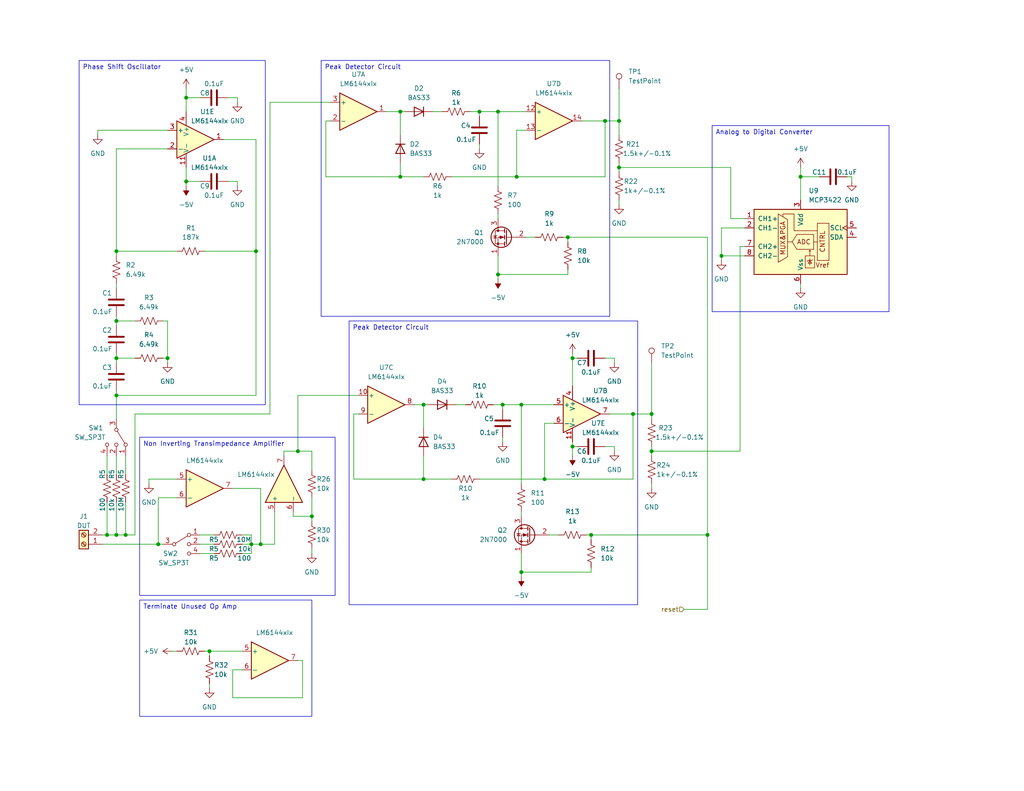
<source format=kicad_sch>
(kicad_sch (version 20230121) (generator eeschema)
  (paper "A")
  (title_block (title "Inductance and Capacitance Meter Analog Front End") (date "2023-10-27") (rev "1") (comment 1 "All resistors are 1% tolerance."))
  (lib_symbols
    (symbol "Amplifier_Operational:LM6144xIx" (pin_names (offset 0.127))
      (property "Reference" "U" (at 0 5.08 0))
      (property "Value" "LM6144xIx" (at 0 -5.08 0))
      (symbol "LM6144xIx_1_1"
        (polyline (pts (xy -5.08 5.08) (xy 5.08 0) (xy -5.08 -5.08) (xy -5.08 5.08)) (stroke (width 0.254)) (fill (type background)))
        (pin output line (at 7.62 0 180) (length 2.54) (name "~") (number "1"))
        (pin input line (at -7.62 -2.54 0) (length 2.54) (name "-") (number "2"))
        (pin input line (at -7.62 2.54 0) (length 2.54) (name "+") (number "3"))
      )
      (symbol "LM6144xIx_2_1"
        (polyline (pts (xy -5.08 5.08) (xy 5.08 0) (xy -5.08 -5.08) (xy -5.08 5.08)) (stroke (width 0.254)) (fill (type background)))
        (pin input line (at -7.62 2.54 0) (length 2.54) (name "+") (number "5"))
        (pin input line (at -7.62 -2.54 0) (length 2.54) (name "-") (number "6"))
        (pin output line (at 7.62 0 180) (length 2.54) (name "~") (number "7"))
      )
      (symbol "LM6144xIx_3_1"
        (polyline (pts (xy -5.08 5.08) (xy 5.08 0) (xy -5.08 -5.08) (xy -5.08 5.08)) (stroke (width 0.254)) (fill (type background)))
        (pin input line (at -7.62 2.54 0) (length 2.54) (name "+") (number "10"))
        (pin output line (at 7.62 0 180) (length 2.54) (name "~") (number "8"))
        (pin input line (at -7.62 -2.54 0) (length 2.54) (name "-") (number "9"))
      )
      (symbol "LM6144xIx_4_1"
        (polyline (pts (xy -5.08 5.08) (xy 5.08 0) (xy -5.08 -5.08) (xy -5.08 5.08)) (stroke (width 0.254)) (fill (type background)))
        (pin input line (at -7.62 2.54 0) (length 2.54) (name "+") (number "12"))
        (pin input line (at -7.62 -2.54 0) (length 2.54) (name "-") (number "13"))
        (pin output line (at 7.62 0 180) (length 2.54) (name "~") (number "14"))
      )
      (symbol "LM6144xIx_5_1"
        (pin power_in line (at -2.54 -7.62 90) (length 3.81) (name "V-") (number "11"))
        (pin power_in line (at -2.54 7.62 270) (length 3.81) (name "V+") (number "4"))
      )
    )
    (symbol "Analog_ADC:MCP3422" (pin_names (offset 1.016))
      (property "Reference" "U" (at -2.54 11.43 0))
      (property "Value" "MCP3422" (at -2.54 8.89 0))
      (symbol "MCP3422_0_0"
        (polyline (pts (xy -6.096 6.35) (xy -3.556 4.826) (xy -3.556 -5.334) (xy -6.096 -6.858) (xy -6.096 6.35)))
        (polyline (pts (xy 4.572 1.778) (xy -1.778 1.778) (xy -1.778 6.35) (xy -4.826 6.35) (xy -4.826 5.588)))
        (polyline (pts (xy 3.556 0.762) (xy 3.556 -3.302) (xy -1.016 -3.302) (xy -2.286 -1.27) (xy -1.016 0.762) (xy 3.556 0.762)))
        (text "ADC" (at 0.889 -1.27 0) (effects (font (size 1.27 1.27))))
        (text "CNTRL" (at 6.731 -4.191 900) (effects (font (size 1.27 1.27)) (justify left bottom)))
        (text "MUX&PGA" (at -4.826 -0.254 900) (effects (font (size 1.27 1.27))))
        (text "Vref" (at 5.969 -7.62 0) (effects (font (size 1.27 1.27))))
      )
      (symbol "MCP3422_0_1"
        (polyline (pts (xy -3.556 -1.27) (xy -2.286 -1.27)))
        (polyline (pts (xy 2.032 -6.35) (xy 1.778 -6.604)))
        (polyline (pts (xy 2.54 -5.842) (xy 2.54 -7.62)))
        (polyline (pts (xy 2.54 -3.556) (xy 2.794 -3.81)))
        (polyline (pts (xy 3.556 -1.27) (xy 4.572 -1.27)))
        (polyline (pts (xy 2.032 -6.35) (xy 3.048 -6.35) (xy 3.302 -6.096)))
        (polyline (pts (xy 2.54 -5.08) (xy 2.54 -3.556) (xy 2.286 -3.81)))
        (polyline (pts (xy 2.54 -6.35) (xy 2.032 -7.112) (xy 3.048 -7.112) (xy 2.54 -6.35)))
        (rectangle (start 1.27 -5.08) (end 3.81 -8.382))
        (rectangle (start 4.572 -6.35) (end 7.747 3.81))
        (rectangle (start 12.7 7.62) (end -12.7 -10.16) (stroke (width 0.254)) (fill (type background)))
      )
      (symbol "MCP3422_1_1"
        (pin input line (at -15.24 5.08 0) (length 2.54) (name "CH1+") (number "1"))
        (pin input line (at -15.24 2.54 0) (length 2.54) (name "CH1-") (number "2"))
        (pin power_in line (at 0 10.16 270) (length 2.54) (name "Vdd") (number "3"))
        (pin bidirectional line (at 15.24 0 180) (length 2.54) (name "SDA") (number "4"))
        (pin input clock (at 15.24 2.54 180) (length 2.54) (name "SCL") (number "5"))
        (pin power_in line (at 0 -12.7 90) (length 2.54) (name "Vss") (number "6"))
        (pin input line (at -15.24 -2.54 0) (length 2.54) (name "CH2+") (number "7"))
        (pin input line (at -15.24 -5.08 0) (length 2.54) (name "CH2-") (number "8"))
      )
    )
    (symbol "Connector:Screw_Terminal_01x02" (pin_names (offset 1.016) hide)
      (property "Reference" "J" (at 0 2.54 0))
      (property "Value" "Screw_Terminal_01x02" (at 0 -5.08 0))
      (symbol "Screw_Terminal_01x02_1_1"
        (rectangle (start -1.27 1.27) (end 1.27 -3.81) (stroke (width 0.254)) (fill (type background)))
        (circle (center 0 -2.54) (radius 0.635) (stroke (width 0.1524)))
        (polyline (pts (xy -0.5334 -2.2098) (xy 0.3302 -3.048)) (stroke (width 0.1524)))
        (polyline (pts (xy -0.5334 0.3302) (xy 0.3302 -0.508)) (stroke (width 0.1524)))
        (polyline (pts (xy -0.3556 -2.032) (xy 0.508 -2.8702)) (stroke (width 0.1524)))
        (polyline (pts (xy -0.3556 0.508) (xy 0.508 -0.3302)) (stroke (width 0.1524)))
        (circle (center 0 0) (radius 0.635) (stroke (width 0.1524)))
        (pin passive line (at -5.08 0 0) (length 3.81) (name "Pin_1") (number "1"))
        (pin passive line (at -5.08 -2.54 0) (length 3.81) (name "Pin_2") (number "2"))
      )
    )
    (symbol "Connector:TestPoint" (pin_numbers hide) (pin_names (offset 0.762) hide)
      (property "Reference" "TP" (at 0 6.858 0))
      (property "Value" "TestPoint" (at 0 5.08 0))
      (symbol "TestPoint_0_1"
        (circle (center 0 3.302) (radius 0.762))
      )
      (symbol "TestPoint_1_1"
        (pin passive line (at 0 0 90) (length 2.54) (name "1") (number "1"))
      )
    )
    (symbol "Device:C" (pin_numbers hide) (pin_names (offset 0.254))
      (property "Reference" "C" (at 0.635 2.54 0))
      (property "Value" "C" (at 0.635 -2.54 0))
      (symbol "C_0_1"
        (polyline (pts (xy -2.032 -0.762) (xy 2.032 -0.762)) (stroke (width 0.508)))
        (polyline (pts (xy -2.032 0.762) (xy 2.032 0.762)) (stroke (width 0.508)))
      )
      (symbol "C_1_1"
        (pin passive line (at 0 3.81 270) (length 2.794) (name "~") (number "1"))
        (pin passive line (at 0 -3.81 90) (length 2.794) (name "~") (number "2"))
      )
    )
    (symbol "Device:D" (pin_numbers hide) (pin_names (offset 1.016) hide)
      (property "Reference" "D" (at 0 2.54 0))
      (property "Value" "D" (at 0 -2.54 0))
      (symbol "D_0_1"
        (polyline (pts (xy -1.27 1.27) (xy -1.27 -1.27)) (stroke (width 0.254)))
        (polyline (pts (xy 1.27 0) (xy -1.27 0)))
        (polyline (pts (xy 1.27 1.27) (xy 1.27 -1.27) (xy -1.27 0) (xy 1.27 1.27)) (stroke (width 0.254)))
      )
      (symbol "D_1_1"
        (pin passive line (at -3.81 0 0) (length 2.54) (name "K") (number "1"))
        (pin passive line (at 3.81 0 180) (length 2.54) (name "A") (number "2"))
      )
    )
    (symbol "Device:R_US" (pin_numbers hide) (pin_names (offset 0))
      (property "Reference" "R" (at 2.54 0 90))
      (property "Value" "R_US" (at -2.54 0 90))
      (symbol "R_US_0_1"
        (polyline (pts (xy 0 -2.286) (xy 0 -2.54)))
        (polyline (pts (xy 0 2.286) (xy 0 2.54)))
        (polyline (pts (xy 0 -0.762) (xy 1.016 -1.143) (xy 0 -1.524) (xy -1.016 -1.905) (xy 0 -2.286)))
        (polyline (pts (xy 0 0.762) (xy 1.016 0.381) (xy 0 0) (xy -1.016 -0.381) (xy 0 -0.762)))
        (polyline (pts (xy 0 2.286) (xy 1.016 1.905) (xy 0 1.524) (xy -1.016 1.143) (xy 0 0.762)))
      )
      (symbol "R_US_1_1"
        (pin passive line (at 0 3.81 270) (length 1.27) (name "~") (number "1"))
        (pin passive line (at 0 -3.81 90) (length 1.27) (name "~") (number "2"))
      )
    )
    (symbol "Switch:SW_SP3T" (pin_names (offset 0) hide)
      (property "Reference" "SW" (at 0 5.08 0))
      (property "Value" "SW_SP3T" (at 0 -5.08 0))
      (symbol "SW_SP3T_0_1"
        (circle (center -2.032 0) (radius 0.4572))
        (polyline (pts (xy -1.651 0.254) (xy 1.651 2.286)))
        (circle (center 2.032 -2.54) (radius 0.4572))
        (circle (center 2.032 0) (radius 0.4572))
        (circle (center 2.032 2.54) (radius 0.4572))
      )
      (symbol "SW_SP3T_1_1"
        (pin passive line (at 5.08 2.54 180) (length 2.54) (name "1") (number "1"))
        (pin passive line (at 5.08 0 180) (length 2.54) (name "2") (number "2"))
        (pin passive line (at -5.08 0 0) (length 2.54) (name "3") (number "3"))
        (pin passive line (at 5.08 -2.54 180) (length 2.54) (name "4") (number "4"))
      )
    )
    (symbol "Transistor_FET:2N7000" (pin_names hide)
      (property "Reference" "Q" (at 5.08 1.905 0))
      (property "Value" "2N7000" (at 5.08 0 0))
      (symbol "2N7000_0_1"
        (polyline (pts (xy 0.254 0) (xy -2.54 0)))
        (polyline (pts (xy 0.254 1.905) (xy 0.254 -1.905)) (stroke (width 0.254)))
        (polyline (pts (xy 0.762 -1.27) (xy 0.762 -2.286)) (stroke (width 0.254)))
        (polyline (pts (xy 0.762 0.508) (xy 0.762 -0.508)) (stroke (width 0.254)))
        (polyline (pts (xy 0.762 2.286) (xy 0.762 1.27)) (stroke (width 0.254)))
        (polyline (pts (xy 2.54 2.54) (xy 2.54 1.778)))
        (polyline (pts (xy 2.54 -2.54) (xy 2.54 0) (xy 0.762 0)))
        (polyline (pts (xy 0.762 -1.778) (xy 3.302 -1.778) (xy 3.302 1.778) (xy 0.762 1.778)))
        (polyline (pts (xy 1.016 0) (xy 2.032 0.381) (xy 2.032 -0.381) (xy 1.016 0)) (fill (type outline)))
        (polyline (pts (xy 2.794 0.508) (xy 2.921 0.381) (xy 3.683 0.381) (xy 3.81 0.254)))
        (polyline (pts (xy 3.302 0.381) (xy 2.921 -0.254) (xy 3.683 -0.254) (xy 3.302 0.381)))
        (circle (center 1.651 0) (radius 2.794) (stroke (width 0.254)))
        (circle (center 2.54 -1.778) (radius 0.254) (fill (type outline)))
        (circle (center 2.54 1.778) (radius 0.254) (fill (type outline)))
      )
      (symbol "2N7000_1_1"
        (pin passive line (at 2.54 -5.08 90) (length 2.54) (name "S") (number "1"))
        (pin input line (at -5.08 0 0) (length 2.54) (name "G") (number "2"))
        (pin passive line (at 2.54 5.08 270) (length 2.54) (name "D") (number "3"))
      )
    )
    (symbol "power:+5V" (power) (pin_names (offset 0))
      (property "Value" "+5V" (at 0 3.556 0))
      (symbol "+5V_0_1"
        (polyline (pts (xy -0.762 1.27) (xy 0 2.54)))
        (polyline (pts (xy 0 0) (xy 0 2.54)))
        (polyline (pts (xy 0 2.54) (xy 0.762 1.27)))
      )
      (symbol "+5V_1_1"
        (pin power_in line (at 0 0 90) (length 0) hide (name "+5V") (number "1"))
      )
    )
    (symbol "power:-5V" (power) (pin_names (offset 0))
      (property "Value" "-5V" (at 0 3.81 0))
      (symbol "-5V_0_0"
        (pin power_in line (at 0 0 90) (length 0) hide (name "-5V") (number "1"))
      )
      (symbol "-5V_0_1"
        (polyline (pts (xy 0 0) (xy 0 1.27) (xy 0.762 1.27) (xy 0 2.54) (xy -0.762 1.27) (xy 0 1.27)) (fill (type outline)))
      )
    )
    (symbol "power:GND" (power) (pin_names (offset 0))
      (property "Value" "GND" (at 0 -3.81 0))
      (symbol "GND_0_1"
        (polyline (pts (xy 0 0) (xy 0 -1.27) (xy 1.27 -1.27) (xy 0 -2.54) (xy -1.27 -1.27) (xy 0 -1.27)))
      )
      (symbol "GND_1_1"
        (pin power_in line (at 0 0 270) (length 0) hide (name "GND") (number "1"))
      )
    )
  )
  (junction (at 115.57 130.81))
  (junction (at 142.24 110.49))
  (junction (at 196.85 69.85))
  (junction (at 29.21 146.05))
  (junction (at 34.29 146.05))
  (junction (at 161.29 146.05))
  (junction (at 31.75 146.05))
  (junction (at 31.75 107.95))
  (junction (at 50.8 49.53))
  (junction (at 31.75 97.79))
  (junction (at 165.1 33.02))
  (junction (at 156.21 97.79))
  (junction (at 142.24 156.21))
  (junction (at 156.21 121.92))
  (junction (at 140.97 48.26))
  (junction (at 109.22 30.48))
  (junction (at 31.75 87.63))
  (junction (at 172.72 113.03))
  (junction (at 50.8 26.67))
  (junction (at 81.28 123.19))
  (junction (at 193.04 146.05))
  (junction (at 137.16 110.49))
  (junction (at 168.91 33.02))
  (junction (at 177.8 113.03))
  (junction (at 68.58 148.59))
  (junction (at 85.09 140.97))
  (junction (at 135.89 74.93))
  (junction (at 154.94 64.77))
  (junction (at 45.72 97.79))
  (junction (at 109.22 48.26))
  (junction (at 130.81 30.48))
  (junction (at 115.57 110.49))
  (junction (at 57.15 177.8))
  (junction (at 69.85 68.58))
  (junction (at 43.18 148.59))
  (junction (at 218.44 48.26))
  (junction (at 177.8 123.19))
  (junction (at 31.75 68.58))
  (junction (at 135.89 30.48))
  (junction (at 71.12 148.59))
  (junction (at 168.91 45.72))
  (junction (at 148.59 130.81))
  (wire (pts (xy 66.04 148.59) (xy 68.58 148.59)))
  (wire (pts (xy 81.28 107.95) (xy 81.28 123.19)))
  (wire (pts (xy 199.39 59.69) (xy 203.2 59.69)))
  (wire (pts (xy 135.89 74.93) (xy 135.89 76.2)))
  (wire (pts (xy 69.85 68.58) (xy 69.85 107.95)))
  (wire (pts (xy 156.21 120.65) (xy 156.21 121.92)))
  (wire (pts (xy 54.61 148.59) (xy 58.42 148.59)))
  (wire (pts (xy 161.29 154.94) (xy 161.29 156.21)))
  (wire (pts (xy 43.18 135.89) (xy 48.26 135.89)))
  (wire (pts (xy 27.94 146.05) (xy 29.21 146.05)))
  (wire (pts (xy 130.81 130.81) (xy 148.59 130.81)))
  (wire (pts (xy 45.72 35.56) (xy 26.67 35.56)))
  (wire (pts (xy 66.04 182.88) (xy 63.5 182.88)))
  (wire (pts (xy 68.58 148.59) (xy 71.12 148.59)))
  (wire (pts (xy 44.45 148.59) (xy 43.18 148.59)))
  (wire (pts (xy 40.64 130.81) (xy 48.26 130.81)))
  (wire (pts (xy 156.21 97.79) (xy 156.21 105.41)))
  (wire (pts (xy 96.52 130.81) (xy 96.52 113.03)))
  (wire (pts (xy 50.8 49.53) (xy 50.8 50.8)))
  (wire (pts (xy 88.9 33.02) (xy 88.9 48.26)))
  (wire (pts (xy 165.1 121.92) (xy 167.64 121.92)))
  (wire (pts (xy 193.04 146.05) (xy 193.04 64.77)))
  (wire (pts (xy 218.44 48.26) (xy 223.52 48.26)))
  (wire (pts (xy 140.97 35.56) (xy 140.97 48.26)))
  (wire (pts (xy 34.29 137.16) (xy 34.29 146.05)))
  (wire (pts (xy 143.51 64.77) (xy 146.05 64.77)))
  (wire (pts (xy 168.91 24.13) (xy 168.91 33.02)))
  (wire (pts (xy 137.16 110.49) (xy 137.16 111.76)))
  (wire (pts (xy 115.57 124.46) (xy 115.57 130.81)))
  (wire (pts (xy 130.81 30.48) (xy 135.89 30.48)))
  (wire (pts (xy 31.75 68.58) (xy 31.75 69.85)))
  (wire (pts (xy 186.69 166.37) (xy 193.04 166.37)))
  (wire (pts (xy 161.29 146.05) (xy 193.04 146.05)))
  (wire (pts (xy 64.77 49.53) (xy 64.77 50.8)))
  (wire (pts (xy 31.75 77.47) (xy 31.75 78.74)))
  (wire (pts (xy 177.8 123.19) (xy 201.93 123.19)))
  (wire (pts (xy 81.28 107.95) (xy 97.79 107.95)))
  (wire (pts (xy 172.72 113.03) (xy 166.37 113.03)))
  (wire (pts (xy 29.21 146.05) (xy 31.75 146.05)))
  (wire (pts (xy 165.1 48.26) (xy 165.1 33.02)))
  (wire (pts (xy 137.16 110.49) (xy 142.24 110.49)))
  (wire (pts (xy 71.12 148.59) (xy 71.12 133.35)))
  (wire (pts (xy 105.41 30.48) (xy 109.22 30.48)))
  (wire (pts (xy 201.93 67.31) (xy 203.2 67.31)))
  (wire (pts (xy 142.24 151.13) (xy 142.24 156.21)))
  (wire (pts (xy 73.66 113.03) (xy 73.66 27.94)))
  (wire (pts (xy 177.8 132.08) (xy 177.8 133.35)))
  (wire (pts (xy 68.58 151.13) (xy 68.58 148.59)))
  (wire (pts (xy 31.75 106.68) (xy 31.75 107.95)))
  (wire (pts (xy 63.5 190.5) (xy 82.55 190.5)))
  (wire (pts (xy 130.81 30.48) (xy 130.81 31.75)))
  (wire (pts (xy 135.89 58.42) (xy 135.89 59.69)))
  (wire (pts (xy 172.72 130.81) (xy 172.72 113.03)))
  (wire (pts (xy 167.64 123.19) (xy 167.64 121.92)))
  (wire (pts (xy 57.15 177.8) (xy 57.15 179.07)))
  (wire (pts (xy 31.75 97.79) (xy 31.75 99.06)))
  (wire (pts (xy 34.29 124.46) (xy 34.29 129.54)))
  (wire (pts (xy 201.93 123.19) (xy 201.93 67.31)))
  (wire (pts (xy 168.91 45.72) (xy 199.39 45.72)))
  (wire (pts (xy 50.8 26.67) (xy 50.8 30.48)))
  (wire (pts (xy 66.04 146.05) (xy 68.58 146.05)))
  (wire (pts (xy 137.16 119.38) (xy 137.16 120.65)))
  (wire (pts (xy 109.22 36.83) (xy 109.22 30.48)))
  (wire (pts (xy 31.75 107.95) (xy 69.85 107.95)))
  (wire (pts (xy 148.59 115.57) (xy 148.59 130.81)))
  (wire (pts (xy 62.23 26.67) (xy 64.77 26.67)))
  (wire (pts (xy 55.88 68.58) (xy 69.85 68.58)))
  (wire (pts (xy 50.8 45.72) (xy 50.8 49.53)))
  (wire (pts (xy 167.64 99.06) (xy 167.64 97.79)))
  (wire (pts (xy 148.59 130.81) (xy 172.72 130.81)))
  (wire (pts (xy 85.09 128.27) (xy 85.09 123.19)))
  (wire (pts (xy 82.55 180.34) (xy 81.28 180.34)))
  (wire (pts (xy 45.72 99.06) (xy 45.72 97.79)))
  (wire (pts (xy 31.75 124.46) (xy 31.75 129.54)))
  (wire (pts (xy 73.66 27.94) (xy 90.17 27.94)))
  (wire (pts (xy 43.18 148.59) (xy 43.18 135.89)))
  (wire (pts (xy 231.14 48.26) (xy 232.41 48.26)))
  (wire (pts (xy 168.91 45.72) (xy 168.91 46.99)))
  (wire (pts (xy 199.39 45.72) (xy 199.39 59.69)))
  (wire (pts (xy 168.91 33.02) (xy 168.91 36.83)))
  (wire (pts (xy 140.97 48.26) (xy 165.1 48.26)))
  (wire (pts (xy 142.24 110.49) (xy 142.24 132.08)))
  (wire (pts (xy 156.21 121.92) (xy 157.48 121.92)))
  (wire (pts (xy 74.93 139.7) (xy 74.93 148.59)))
  (wire (pts (xy 193.04 166.37) (xy 193.04 146.05)))
  (wire (pts (xy 27.94 148.59) (xy 43.18 148.59)))
  (wire (pts (xy 77.47 123.19) (xy 77.47 124.46)))
  (wire (pts (xy 50.8 49.53) (xy 54.61 49.53)))
  (wire (pts (xy 177.8 123.19) (xy 177.8 124.46)))
  (wire (pts (xy 36.83 146.05) (xy 36.83 113.03)))
  (wire (pts (xy 232.41 48.26) (xy 232.41 49.53)))
  (wire (pts (xy 142.24 156.21) (xy 142.24 157.48)))
  (wire (pts (xy 109.22 30.48) (xy 110.49 30.48)))
  (wire (pts (xy 177.8 113.03) (xy 177.8 114.3)))
  (wire (pts (xy 44.45 97.79) (xy 45.72 97.79)))
  (wire (pts (xy 154.94 64.77) (xy 154.94 66.04)))
  (wire (pts (xy 71.12 133.35) (xy 63.5 133.35)))
  (wire (pts (xy 82.55 190.5) (xy 82.55 180.34)))
  (wire (pts (xy 203.2 69.85) (xy 196.85 69.85)))
  (wire (pts (xy 31.75 96.52) (xy 31.75 97.79)))
  (wire (pts (xy 71.12 148.59) (xy 74.93 148.59)))
  (wire (pts (xy 34.29 146.05) (xy 31.75 146.05)))
  (wire (pts (xy 45.72 97.79) (xy 45.72 87.63)))
  (wire (pts (xy 36.83 113.03) (xy 73.66 113.03)))
  (wire (pts (xy 165.1 33.02) (xy 168.91 33.02)))
  (wire (pts (xy 96.52 113.03) (xy 97.79 113.03)))
  (wire (pts (xy 123.19 48.26) (xy 140.97 48.26)))
  (wire (pts (xy 50.8 24.13) (xy 50.8 26.67)))
  (wire (pts (xy 149.86 146.05) (xy 152.4 146.05)))
  (wire (pts (xy 26.67 35.56) (xy 26.67 36.83)))
  (wire (pts (xy 218.44 77.47) (xy 218.44 78.74)))
  (wire (pts (xy 196.85 69.85) (xy 196.85 71.12)))
  (wire (pts (xy 85.09 142.24) (xy 85.09 140.97)))
  (wire (pts (xy 130.81 39.37) (xy 130.81 40.64)))
  (wire (pts (xy 115.57 110.49) (xy 115.57 116.84)))
  (wire (pts (xy 154.94 64.77) (xy 193.04 64.77)))
  (wire (pts (xy 135.89 30.48) (xy 143.51 30.48)))
  (wire (pts (xy 96.52 130.81) (xy 115.57 130.81)))
  (wire (pts (xy 196.85 62.23) (xy 196.85 69.85)))
  (wire (pts (xy 31.75 86.36) (xy 31.75 87.63)))
  (wire (pts (xy 29.21 137.16) (xy 29.21 146.05)))
  (wire (pts (xy 113.03 110.49) (xy 115.57 110.49)))
  (wire (pts (xy 69.85 68.58) (xy 69.85 38.1)))
  (wire (pts (xy 29.21 124.46) (xy 29.21 129.54)))
  (wire (pts (xy 81.28 123.19) (xy 77.47 123.19)))
  (wire (pts (xy 62.23 49.53) (xy 64.77 49.53)))
  (wire (pts (xy 115.57 110.49) (xy 116.84 110.49)))
  (wire (pts (xy 153.67 64.77) (xy 154.94 64.77)))
  (wire (pts (xy 90.17 33.02) (xy 88.9 33.02)))
  (wire (pts (xy 218.44 45.72) (xy 218.44 48.26)))
  (wire (pts (xy 31.75 87.63) (xy 31.75 88.9)))
  (wire (pts (xy 34.29 146.05) (xy 36.83 146.05)))
  (wire (pts (xy 57.15 186.69) (xy 57.15 187.96)))
  (wire (pts (xy 165.1 97.79) (xy 167.64 97.79)))
  (wire (pts (xy 203.2 62.23) (xy 196.85 62.23)))
  (wire (pts (xy 45.72 40.64) (xy 31.75 40.64)))
  (wire (pts (xy 54.61 146.05) (xy 58.42 146.05)))
  (wire (pts (xy 68.58 146.05) (xy 68.58 148.59)))
  (wire (pts (xy 109.22 48.26) (xy 115.57 48.26)))
  (wire (pts (xy 109.22 48.26) (xy 109.22 44.45)))
  (wire (pts (xy 156.21 97.79) (xy 157.48 97.79)))
  (wire (pts (xy 85.09 140.97) (xy 85.09 135.89)))
  (wire (pts (xy 88.9 48.26) (xy 109.22 48.26)))
  (wire (pts (xy 60.96 38.1) (xy 69.85 38.1)))
  (wire (pts (xy 124.46 110.49) (xy 127 110.49)))
  (wire (pts (xy 142.24 139.7) (xy 142.24 140.97)))
  (wire (pts (xy 85.09 151.13) (xy 85.09 149.86)))
  (wire (pts (xy 50.8 26.67) (xy 54.61 26.67)))
  (wire (pts (xy 80.01 139.7) (xy 80.01 140.97)))
  (wire (pts (xy 128.27 30.48) (xy 130.81 30.48)))
  (wire (pts (xy 31.75 107.95) (xy 31.75 114.3)))
  (wire (pts (xy 118.11 30.48) (xy 120.65 30.48)))
  (wire (pts (xy 154.94 73.66) (xy 154.94 74.93)))
  (wire (pts (xy 80.01 140.97) (xy 85.09 140.97)))
  (wire (pts (xy 115.57 130.81) (xy 123.19 130.81)))
  (wire (pts (xy 168.91 54.61) (xy 168.91 55.88)))
  (wire (pts (xy 177.8 99.06) (xy 177.8 113.03)))
  (wire (pts (xy 142.24 110.49) (xy 151.13 110.49)))
  (wire (pts (xy 165.1 33.02) (xy 158.75 33.02)))
  (wire (pts (xy 154.94 74.93) (xy 135.89 74.93)))
  (wire (pts (xy 135.89 69.85) (xy 135.89 74.93)))
  (wire (pts (xy 55.88 177.8) (xy 57.15 177.8)))
  (wire (pts (xy 66.04 151.13) (xy 68.58 151.13)))
  (wire (pts (xy 57.15 177.8) (xy 66.04 177.8)))
  (wire (pts (xy 36.83 87.63) (xy 31.75 87.63)))
  (wire (pts (xy 40.64 132.08) (xy 40.64 130.81)))
  (wire (pts (xy 168.91 44.45) (xy 168.91 45.72)))
  (wire (pts (xy 135.89 30.48) (xy 135.89 50.8)))
  (wire (pts (xy 63.5 182.88) (xy 63.5 190.5)))
  (wire (pts (xy 156.21 121.92) (xy 156.21 124.46)))
  (wire (pts (xy 64.77 27.94) (xy 64.77 26.67)))
  (wire (pts (xy 31.75 137.16) (xy 31.75 146.05)))
  (wire (pts (xy 177.8 121.92) (xy 177.8 123.19)))
  (wire (pts (xy 134.62 110.49) (xy 137.16 110.49)))
  (wire (pts (xy 161.29 146.05) (xy 161.29 147.32)))
  (wire (pts (xy 31.75 97.79) (xy 36.83 97.79)))
  (wire (pts (xy 161.29 156.21) (xy 142.24 156.21)))
  (wire (pts (xy 156.21 96.52) (xy 156.21 97.79)))
  (wire (pts (xy 45.72 87.63) (xy 44.45 87.63)))
  (wire (pts (xy 143.51 35.56) (xy 140.97 35.56)))
  (wire (pts (xy 46.99 177.8) (xy 48.26 177.8)))
  (wire (pts (xy 31.75 40.64) (xy 31.75 68.58)))
  (wire (pts (xy 85.09 123.19) (xy 81.28 123.19)))
  (wire (pts (xy 172.72 113.03) (xy 177.8 113.03)))
  (wire (pts (xy 31.75 68.58) (xy 48.26 68.58)))
  (wire (pts (xy 218.44 48.26) (xy 218.44 54.61)))
  (wire (pts (xy 148.59 115.57) (xy 151.13 115.57)))
  (wire (pts (xy 161.29 146.05) (xy 160.02 146.05)))
  (wire (pts (xy 54.61 151.13) (xy 58.42 151.13)))
  (text_box "Analog to Digital Converter" (at 194.31 34.29 0) (size 48.26 50.8) (effects (font (size 1.27 1.27)) (justify left top)))
  (text_box "Peak Detector Circuit" (at 95.25 87.63 0) (size 78.74 77.47) (effects (font (size 1.27 1.27)) (justify left top)))
  (text_box "Phase Shift Oscillator" (at 21.59 16.51 0) (size 50.8 93.98) (effects (font (size 1.27 1.27)) (justify left top)))
  (text_box "Non Inverting Transimpedance Amplifier" (at 38.1 119.38 0) (size 53.34 43.18) (effects (font (size 1.27 1.27)) (justify left top)))
  (text_box "Terminate Unused Op Amp" (at 38.1 163.83 0) (size 46.99 31.75) (effects (font (size 1.27 1.27)) (justify left top)))
  (text_box "Peak Detector Circuit" (at 87.63 16.51 0) (size 78.74 69.85) (effects (font (size 1.27 1.27)) (justify left top)))
  (hierarchical_label "reset" (shape input) (at 186.69 166.37 180))
  (symbol (lib_id "power:+5V") (at 46.99 177.8 90) (unit 1)
    (property "Reference" "#PWR020" (effects hide))
    (property "Value" "+5V" (at 43.18 177.8 90) (effects (justify left)))
    (instances (project "LC_meter" (path "" (reference "#PWR020") (unit 1)) (path "" (reference "#PWR042") (unit 1))))
  )
  (symbol (lib_id "power:GND") (at 167.64 99.06 0) (unit 1)
    (property "Reference" "#PWR013" (effects hide))
    (property "Value" "GND" (at 167.64 104.14 0))
    (instances (project "LC_meter" (path "" (reference "#PWR013") (unit 1)) (path "" (reference "#PWR016") (unit 1))))
  )
  (symbol (lib_id "power:GND") (at 167.64 123.19 0) (unit 1)
    (property "Reference" "#PWR05" (effects hide))
    (property "Value" "GND" (at 167.64 128.27 0))
    (instances (project "LC_meter" (path "" (reference "#PWR05") (unit 1)) (path "" (reference "#PWR017") (unit 1))))
  )
  (symbol (lib_id "Device:R_US") (at 154.94 69.85 0) (unit 1)
    (property "Reference" "R8" (at 157.48 68.58 0) (effects (justify left)))
    (property "Value" "10k" (at 157.48 71.12 0) (effects (justify left)))
    (instances (project "LC_meter" (path "" (reference "R8") (unit 1)) (path "" (reference "R13") (unit 1))))
  )
  (symbol (lib_id "Analog_ADC:MCP3422") (at 218.44 64.77 0) (unit 1)
    (property "Reference" "U9" (at 220.6341 52.07 0) (effects (justify left)))
    (property "Value" "MCP3422" (at 220.6341 54.61 0) (effects (justify left)))
    (property "Datasheet" "http://ww1.microchip.com/downloads/en/DeviceDoc/22088c.pdf" (effects hide))
  )
  (symbol (lib_id "power:+5V") (at 218.44 45.72 0) (unit 1)
    (property "Reference" "#PWR02" (effects hide))
    (property "Value" "+5V" (at 218.44 40.64 0))
  )
  (symbol (lib_id "Device:R_US") (at 31.75 73.66 180) (unit 1)
    (property "Reference" "R2" (at 34.29 72.39 0) (effects (justify right)))
    (property "Value" "6.49k" (at 34.29 74.93 0) (effects (justify right)))
  )
  (symbol (lib_id "power:GND") (at 168.91 55.88 0) (unit 1)
    (property "Reference" "#PWR017" (effects hide))
    (property "Value" "GND" (at 168.91 60.96 0))
    (instances (project "LC_meter" (path "" (reference "#PWR017") (unit 1)) (path "" (reference "#PWR030") (unit 1))))
  )
  (symbol (lib_id "Amplifier_Operational:LM6144xIx") (at 73.66 180.34 0) (unit 2)
    (property "Reference" "U8" (effects hide))
    (property "Value" "LM6144xIx" (at 80.01 172.72 0) (effects (justify right)))
    (property "Datasheet" "https://www.ti.com/lit/ds/symlink/lm6142.pdf" (effects hide))
  )
  (symbol (lib_id "Amplifier_Operational:LM6144xIx") (at 97.79 30.48 0) (unit 1)
    (property "Reference" "U7" (at 97.79 20.32 0))
    (property "Value" "LM6144xIx" (at 97.79 22.86 0))
    (property "Datasheet" "https://www.ti.com/lit/ds/symlink/lm6142.pdf" (effects hide))
  )
  (symbol (lib_id "Device:R_US") (at 168.91 40.64 0) (unit 1)
    (property "Reference" "R21" (at 172.72 39.37 0))
    (property "Value" "1.5k+/-0.1%" (at 176.53 41.91 0))
  )
  (symbol (lib_id "Device:R_US") (at 119.38 48.26 90) (unit 1)
    (property "Reference" "R6" (at 119.38 50.8 90))
    (property "Value" "1k" (at 119.38 53.34 90))
    (instances (project "LC_meter" (path "" (reference "R6") (unit 1)) (path "" (reference "R17") (unit 1))))
  )
  (symbol (lib_id "Connector:TestPoint") (at 177.8 99.06 0) (unit 1)
    (property "Reference" "TP2" (at 180.34 94.488 0) (effects (justify left)))
    (property "Value" "TestPoint" (at 180.34 97.028 0) (effects (justify left)))
  )
  (symbol (lib_id "Device:D") (at 115.57 120.65 270) (unit 1)
    (property "Reference" "D4" (at 118.11 119.38 90) (effects (justify left)))
    (property "Value" "BAS33" (at 118.11 121.92 90) (effects (justify left)))
    (property "Sim.Device" "D" (effects hide))
    (property "Sim.Pins" "1=K 2=A" (effects hide))
    (instances (project "LC_meter" (path "" (reference "D4") (unit 1)) (path "" (reference "D3") (unit 1))))
  )
  (symbol (lib_id "Device:C") (at 31.75 102.87 180) (unit 1)
    (property "Reference" "C3" (at 29.21 100.33 0))
    (property "Value" "0.1uF" (at 27.94 105.41 0))
  )
  (symbol (lib_id "Connector:TestPoint") (at 168.91 24.13 0) (unit 1)
    (property "Reference" "TP1" (at 171.45 19.558 0) (effects (justify left)))
    (property "Value" "TestPoint" (at 171.45 22.098 0) (effects (justify left)))
  )
  (symbol (lib_id "power:GND") (at 57.15 187.96 0) (unit 1)
    (property "Reference" "#PWR06" (effects hide))
    (property "Value" "GND" (at 57.15 193.04 0))
    (instances (project "LC_meter" (path "" (reference "#PWR06") (unit 1)) (path "" (reference "#PWR032") (unit 1))))
  )
  (symbol (lib_id "power:GND") (at 26.67 36.83 0) (unit 1)
    (property "Reference" "#PWR03" (effects hide))
    (property "Value" "GND" (at 26.67 41.91 0))
  )
  (symbol (lib_id "Amplifier_Operational:LM6144xIx") (at 105.41 110.49 0) (unit 3)
    (property "Reference" "U7" (at 105.41 100.33 0))
    (property "Value" "LM6144xIx" (at 105.41 102.87 0))
    (property "Datasheet" "https://www.ti.com/lit/ds/symlink/lm6142.pdf" (effects hide))
  )
  (symbol (lib_id "Device:R_US") (at 31.75 133.35 0) (unit 1)
    (property "Reference" "R5" (at 30.48 130.81 90) (effects (justify left)))
    (property "Value" "10k" (at 30.48 139.7 90) (effects (justify left)))
    (instances (project "LC_meter" (path "" (reference "R5") (unit 1)) (path "" (reference "R3") (unit 1))))
  )
  (symbol (lib_id "Device:R_US") (at 149.86 64.77 90) (unit 1)
    (property "Reference" "R9" (at 149.86 58.42 90))
    (property "Value" "1k" (at 149.86 60.96 90))
    (instances (project "LC_meter" (path "" (reference "R9") (unit 1)) (path "" (reference "R15") (unit 1))))
  )
  (symbol (lib_id "Device:R_US") (at 130.81 110.49 90) (unit 1)
    (property "Reference" "R10" (at 130.81 105.41 90))
    (property "Value" "1k" (at 130.81 107.95 90))
    (instances (project "LC_meter" (path "" (reference "R10") (unit 1)) (path "" (reference "R8") (unit 1))))
  )
  (symbol (lib_id "Device:C") (at 130.81 35.56 0) (unit 1)
    (property "Reference" "C4" (at 125.73 34.29 0) (effects (justify left)))
    (property "Value" "0.1uF" (at 124.46 38.1 0) (effects (justify left)))
    (instances (project "LC_meter" (path "" (reference "C4") (unit 1)) (path "" (reference "C7") (unit 1))))
  )
  (symbol (lib_id "Device:D") (at 120.65 110.49 180) (unit 1)
    (property "Reference" "D4" (at 120.65 104.14 0))
    (property "Value" "BAS33" (at 120.65 106.68 0))
    (property "Sim.Device" "D" (effects hide))
    (property "Sim.Pins" "1=K 2=A" (effects hide))
    (instances (project "LC_meter" (path "" (reference "D4") (unit 1)) (path "" (reference "D2") (unit 1))))
  )
  (symbol (lib_id "Device:R_US") (at 40.64 87.63 90) (unit 1)
    (property "Reference" "R3" (at 40.64 81.28 90))
    (property "Value" "6.49k" (at 40.64 83.82 90))
    (instances (project "LC_meter" (path "" (reference "R3") (unit 1)) (path "" (reference "R5") (unit 1))))
  )
  (symbol (lib_id "power:GND") (at 218.44 78.74 0) (unit 1)
    (property "Reference" "#PWR022" (effects hide))
    (property "Value" "GND" (at 218.44 83.82 0))
    (instances (project "LC_meter" (path "" (reference "#PWR022") (unit 1)) (path "" (reference "#PWR021") (unit 1))))
  )
  (symbol (lib_id "power:GND") (at 64.77 50.8 0) (unit 1)
    (property "Reference" "#PWR015" (effects hide))
    (property "Value" "GND" (at 64.77 55.88 0))
    (instances (project "LC_meter" (path "" (reference "#PWR015") (unit 1)) (path "" (reference "#PWR09") (unit 1))))
  )
  (symbol (lib_id "power:+5V") (at 156.21 96.52 0) (unit 1)
    (property "Reference" "#PWR010" (effects hide))
    (property "Value" "+5V" (at 156.21 91.44 0))
    (instances (project "LC_meter" (path "" (reference "#PWR010") (unit 1)) (path "" (reference "#PWR014") (unit 1))))
  )
  (symbol (lib_id "Device:R_US") (at 40.64 97.79 90) (unit 1)
    (property "Reference" "R4" (at 40.64 91.44 90))
    (property "Value" "6.49k" (at 40.64 93.98 90))
    (instances (project "LC_meter" (path "" (reference "R4") (unit 1)) (path "" (reference "R6") (unit 1))))
  )
  (symbol (lib_id "power:GND") (at 137.16 120.65 0) (unit 1)
    (property "Reference" "#PWR011" (effects hide))
    (property "Value" "GND" (at 137.16 125.73 0))
    (instances (project "LC_meter" (path "" (reference "#PWR011") (unit 1)) (path "" (reference "#PWR010") (unit 1))))
  )
  (symbol (lib_id "Device:R_US") (at 52.07 68.58 90) (unit 1)
    (property "Reference" "R1" (at 52.07 62.23 90))
    (property "Value" "187k" (at 52.07 64.77 90))
    (instances (project "LC_meter" (path "" (reference "R1") (unit 1)) (path "" (reference "R7") (unit 1))))
  )
  (symbol (lib_id "Amplifier_Operational:LM6144xIx") (at 53.34 38.1 0) (unit 5)
    (property "Reference" "U1" (at 54.61 30.48 0) (effects (justify left)))
    (property "Value" "LM6144xIx" (at 52.07 33.02 0) (effects (justify left)))
    (property "Datasheet" "https://www.ti.com/lit/ds/symlink/lm6142.pdf" (effects hide))
  )
  (symbol (lib_id "Device:R_US") (at 34.29 133.35 0) (unit 1)
    (property "Reference" "R5" (at 33.02 130.81 90) (effects (justify left)))
    (property "Value" "10M" (at 33.02 139.7 90) (effects (justify left)))
    (instances (project "LC_meter" (path "" (reference "R5") (unit 1)) (path "" (reference "R4") (unit 1))))
  )
  (symbol (lib_id "power:+5V") (at 50.8 24.13 0) (unit 1)
    (property "Reference" "#PWR02" (effects hide))
    (property "Value" "+5V" (at 50.8 19.05 0))
    (instances (project "LC_meter" (path "" (reference "#PWR02") (unit 1)) (path "" (reference "#PWR05") (unit 1))))
  )
  (symbol (lib_id "Device:R_US") (at 127 130.81 90) (unit 1)
    (property "Reference" "R10" (at 127 133.35 90))
    (property "Value" "1k" (at 127 135.89 90))
    (instances (project "LC_meter" (path "" (reference "R10") (unit 1)) (path "" (reference "R18") (unit 1))))
  )
  (symbol (lib_id "power:GND") (at 196.85 71.12 0) (unit 1)
    (property "Reference" "#PWR022" (effects hide))
    (property "Value" "GND" (at 196.85 76.2 0))
    (instances (project "LC_meter" (path "" (reference "#PWR022") (unit 1)) (path "" (reference "#PWR024") (unit 1))))
  )
  (symbol (lib_id "power:GND") (at 130.81 40.64 0) (unit 1)
    (property "Reference" "#PWR07" (effects hide))
    (property "Value" "GND" (at 130.81 45.72 0))
    (instances (project "LC_meter" (path "" (reference "#PWR07") (unit 1)) (path "" (reference "#PWR011") (unit 1))))
  )
  (symbol (lib_id "Transistor_FET:2N7000") (at 138.43 64.77 0) (mirror y) (unit 1)
    (property "Reference" "Q1" (at 132.08 63.5 0) (effects (justify left)))
    (property "Value" "2N7000" (at 132.08 66.04 0) (effects (justify left)))
    (property "Footprint" "Package_TO_SOT_THT:TO-92_Inline" (effects hide))
    (property "Datasheet" "https://www.vishay.com/docs/70226/70226.pdf" (effects hide))
  )
  (symbol (lib_id "Amplifier_Operational:LM6144xIx") (at 158.75 113.03 0) (unit 2)
    (property "Reference" "U7" (at 163.83 106.68 0))
    (property "Value" "LM6144xIx" (at 163.83 109.22 0))
    (property "Datasheet" "https://www.ti.com/lit/ds/symlink/lm6142.pdf" (effects hide))
  )
  (symbol (lib_id "Device:C") (at 161.29 97.79 90) (unit 1)
    (property "Reference" "C7" (at 158.75 99.06 90))
    (property "Value" "0.1uF" (at 161.29 101.6 90))
    (instances (project "LC_meter" (path "" (reference "C7") (unit 1)) (path "" (reference "C8") (unit 1))))
  )
  (symbol (lib_id "Device:R_US") (at 85.09 146.05 0) (unit 1)
    (property "Reference" "R30" (at 86.36 144.78 0) (effects (justify left)))
    (property "Value" "10k" (at 86.36 147.32 0) (effects (justify left)))
  )
  (symbol (lib_id "Device:R_US") (at 177.8 128.27 180) (unit 1)
    (property "Reference" "R24" (at 179.07 127 0) (effects (justify right)))
    (property "Value" "1k+/-0.1%" (at 179.07 129.54 0) (effects (justify right)))
  )
  (symbol (lib_id "Device:D") (at 109.22 40.64 270) (unit 1)
    (property "Reference" "D2" (at 111.76 39.37 90) (effects (justify left)))
    (property "Value" "BAS33" (at 111.76 41.91 90) (effects (justify left)))
    (property "Sim.Device" "D" (effects hide))
    (property "Sim.Pins" "1=K 2=A" (effects hide))
    (instances (project "LC_meter" (path "" (reference "D2") (unit 1)) (path "" (reference "D4") (unit 1))))
  )
  (symbol (lib_id "power:GND") (at 232.41 49.53 0) (unit 1)
    (property "Reference" "#PWR022" (effects hide))
    (property "Value" "GND" (at 232.41 54.61 0))
    (instances (project "LC_meter" (path "" (reference "#PWR022") (unit 1)) (path "" (reference "#PWR020") (unit 1))))
  )
  (symbol (lib_id "Device:R_US") (at 52.07 177.8 90) (unit 1)
    (property "Reference" "R31" (at 52.07 172.72 90))
    (property "Value" "10k" (at 52.07 175.26 90))
  )
  (symbol (lib_id "Amplifier_Operational:LM6144xIx") (at 151.13 33.02 0) (unit 4)
    (property "Reference" "U7" (at 151.13 22.86 0))
    (property "Value" "LM6144xIx" (at 151.13 25.4 0))
    (property "Datasheet" "https://www.ti.com/lit/ds/symlink/lm6142.pdf" (effects hide))
  )
  (symbol (lib_id "Amplifier_Operational:LM6144xIx") (at 53.34 38.1 0) (unit 1)
    (property "Reference" "U1" (at 57.15 43.18 0))
    (property "Value" "LM6144xIx" (at 57.15 45.72 0))
    (property "Datasheet" "https://www.ti.com/lit/ds/symlink/lm6142.pdf" (effects hide))
  )
  (symbol (lib_id "Device:C") (at 161.29 121.92 90) (unit 1)
    (property "Reference" "C6" (at 158.75 123.19 90))
    (property "Value" "0.1uF" (at 161.29 125.73 90))
    (instances (project "LC_meter" (path "" (reference "C6") (unit 1)) (path "" (reference "C9") (unit 1))))
  )
  (symbol (lib_id "Device:R_US") (at 62.23 151.13 90) (unit 1)
    (property "Reference" "R5" (at 59.69 152.4 90) (effects (justify left)))
    (property "Value" "100" (at 68.58 152.4 90) (effects (justify left)))
    (instances (project "LC_meter" (path "" (reference "R5") (unit 1)) (path "" (reference "R25") (unit 1))))
  )
  (symbol (lib_id "Device:R_US") (at 177.8 118.11 0) (unit 1)
    (property "Reference" "R23" (at 181.61 116.84 0))
    (property "Value" "1.5k+/-0.1%" (at 185.42 119.38 0))
  )
  (symbol (lib_id "Amplifier_Operational:LM6144xIx") (at 77.47 132.08 90) (unit 2)
    (property "Reference" "U2" (effects hide))
    (property "Value" "LM6144xIx" (at 64.77 129.54 90) (effects (justify right)))
    (property "Datasheet" "https://www.ti.com/lit/ds/symlink/lm6142.pdf" (effects hide))
  )
  (symbol (lib_id "power:GND") (at 85.09 151.13 0) (unit 1)
    (property "Reference" "#PWR06" (effects hide))
    (property "Value" "GND" (at 85.09 156.21 0))
    (instances (project "LC_meter" (path "" (reference "#PWR06") (unit 1)) (path "" (reference "#PWR028") (unit 1))))
  )
  (symbol (lib_id "power:-5V") (at 50.8 50.8 180) (unit 1)
    (property "Reference" "#PWR01" (effects hide))
    (property "Value" "-5V" (at 50.8 55.88 0))
    (instances (project "LC_meter" (path "" (reference "#PWR01") (unit 1)) (path "" (reference "#PWR06") (unit 1))))
  )
  (symbol (lib_id "Device:R_US") (at 62.23 146.05 90) (unit 1)
    (property "Reference" "R5" (at 59.69 147.32 90) (effects (justify left)))
    (property "Value" "10M" (at 68.58 147.32 90) (effects (justify left)))
    (instances (project "LC_meter" (path "" (reference "R5") (unit 1)) (path "" (reference "R19") (unit 1))))
  )
  (symbol (lib_id "Device:C") (at 137.16 115.57 0) (unit 1)
    (property "Reference" "C5" (at 132.08 114.3 0) (effects (justify left)))
    (property "Value" "0.1uF" (at 130.81 118.11 0) (effects (justify left)))
    (instances (project "LC_meter" (path "" (reference "C5") (unit 1)) (path "" (reference "C6") (unit 1))))
  )
  (symbol (lib_id "power:GND") (at 40.64 132.08 0) (unit 1)
    (property "Reference" "#PWR06" (effects hide))
    (property "Value" "GND" (at 40.64 137.16 0))
    (instances (project "LC_meter" (path "" (reference "#PWR06") (unit 1)) (path "" (reference "#PWR07") (unit 1))))
  )
  (symbol (lib_id "Device:R_US") (at 135.89 54.61 0) (unit 1)
    (property "Reference" "R7" (at 138.43 53.34 0) (effects (justify left)))
    (property "Value" "100" (at 138.43 55.88 0) (effects (justify left)))
    (instances (project "LC_meter" (path "" (reference "R7") (unit 1)) (path "" (reference "R11") (unit 1))))
  )
  (symbol (lib_id "Switch:SW_SP3T") (at 49.53 148.59 0) (unit 1)
    (property "Reference" "SW2" (at 44.45 151.13 0) (effects (justify left)))
    (property "Value" "SW_SP3T" (at 43.18 153.67 0) (effects (justify left)))
  )
  (symbol (lib_id "Amplifier_Operational:LM6144xIx") (at 158.75 113.03 0) (unit 5)
    (property "Reference" "U7" (at 161.29 115.57 0) (effects (justify left)))
    (property "Value" "LM6144xIx" (at 158.75 118.11 0) (effects (justify left)))
    (property "Datasheet" "https://www.ti.com/lit/ds/symlink/lm6142.pdf" (effects hide))
  )
  (symbol (lib_id "power:-5V") (at 142.24 157.48 180) (unit 1)
    (property "Reference" "#PWR01" (effects hide))
    (property "Value" "-5V" (at 142.24 162.56 0))
    (instances (project "LC_meter" (path "" (reference "#PWR01") (unit 1)) (path "" (reference "#PWR013") (unit 1))))
  )
  (symbol (lib_id "Connector:Screw_Terminal_01x02") (at 22.86 148.59 180) (unit 1)
    (property "Reference" "J1" (at 22.86 140.97 0))
    (property "Value" "DUT" (at 22.86 143.51 0))
  )
  (symbol (lib_id "Device:R_US") (at 85.09 132.08 0) (unit 1)
    (property "Reference" "R26" (at 86.36 130.81 0) (effects (justify left)))
    (property "Value" "10k" (at 86.36 133.35 0) (effects (justify left)))
  )
  (symbol (lib_id "power:GND") (at 177.8 133.35 0) (unit 1)
    (property "Reference" "#PWR017" (effects hide))
    (property "Value" "GND" (at 177.8 138.43 0))
    (instances (project "LC_meter" (path "" (reference "#PWR017") (unit 1)) (path "" (reference "#PWR031") (unit 1))))
  )
  (symbol (lib_id "Amplifier_Operational:LM6144xIx") (at 55.88 133.35 0) (unit 2)
    (property "Reference" "U1" (effects hide))
    (property "Value" "LM6144xIx" (at 55.88 125.73 0))
    (property "Datasheet" "https://www.ti.com/lit/ds/symlink/lm6142.pdf" (effects hide))
  )
  (symbol (lib_id "Device:D") (at 114.3 30.48 180) (unit 1)
    (property "Reference" "D2" (at 114.3 24.13 0))
    (property "Value" "BAS33" (at 114.3 26.67 0))
    (property "Sim.Device" "D" (effects hide))
    (property "Sim.Pins" "1=K 2=A" (effects hide))
    (instances (project "LC_meter" (path "" (reference "D2") (unit 1)) (path "" (reference "D1") (unit 1))))
  )
  (symbol (lib_id "power:-5V") (at 135.89 76.2 180) (unit 1)
    (property "Reference" "#PWR01" (effects hide))
    (property "Value" "-5V" (at 135.89 81.28 0))
    (instances (project "LC_meter" (path "" (reference "#PWR01") (unit 1)) (path "" (reference "#PWR012") (unit 1))))
  )
  (symbol (lib_id "Device:C") (at 31.75 92.71 180) (unit 1)
    (property "Reference" "C2" (at 29.21 90.17 0))
    (property "Value" "0.1uF" (at 27.94 95.25 0))
  )
  (symbol (lib_id "Device:R_US") (at 142.24 135.89 0) (unit 1)
    (property "Reference" "R11" (at 144.78 134.62 0) (effects (justify left)))
    (property "Value" "100" (at 144.78 137.16 0) (effects (justify left)))
    (instances (project "LC_meter" (path "" (reference "R11") (unit 1)) (path "" (reference "R10") (unit 1))))
  )
  (symbol (lib_id "Device:C") (at 58.42 26.67 90) (unit 1)
    (property "Reference" "C8" (at 55.88 25.4 90))
    (property "Value" "0.1uF" (at 58.42 22.86 90))
    (instances (project "LC_meter" (path "" (reference "C8") (unit 1)) (path "" (reference "C4") (unit 1))))
  )
  (symbol (lib_id "Switch:SW_SP3T") (at 31.75 119.38 270) (unit 1)
    (property "Reference" "SW1" (at 24.13 116.84 90) (effects (justify left)))
    (property "Value" "SW_SP3T" (at 20.32 119.38 90) (effects (justify left)))
  )
  (symbol (lib_id "Device:R_US") (at 124.46 30.48 90) (unit 1)
    (property "Reference" "R6" (at 124.46 25.4 90))
    (property "Value" "1k" (at 124.46 27.94 90))
    (instances (project "LC_meter" (path "" (reference "R6") (unit 1)) (path "" (reference "R9") (unit 1))))
  )
  (symbol (lib_id "Device:C") (at 31.75 82.55 180) (unit 1)
    (property "Reference" "C1" (at 29.21 80.01 0))
    (property "Value" "0.1uF" (at 27.94 85.09 0))
  )
  (symbol (lib_id "Device:R_US") (at 161.29 151.13 0) (unit 1)
    (property "Reference" "R12" (at 163.83 149.86 0) (effects (justify left)))
    (property "Value" "10k" (at 163.83 152.4 0) (effects (justify left)))
  )
  (symbol (lib_id "Transistor_FET:2N7000") (at 144.78 146.05 0) (mirror y) (unit 1)
    (property "Reference" "Q2" (at 138.43 144.78 0) (effects (justify left)))
    (property "Value" "2N7000" (at 138.43 147.32 0) (effects (justify left)))
    (property "Footprint" "Package_TO_SOT_THT:TO-92_Inline" (effects hide))
    (property "Datasheet" "https://www.vishay.com/docs/70226/70226.pdf" (effects hide))
  )
  (symbol (lib_id "Device:R_US") (at 168.91 50.8 180) (unit 1)
    (property "Reference" "R22" (at 170.18 49.53 0) (effects (justify right)))
    (property "Value" "1k+/-0.1%" (at 170.18 52.07 0) (effects (justify right)))
  )
  (symbol (lib_id "power:GND") (at 64.77 27.94 0) (unit 1)
    (property "Reference" "#PWR014" (effects hide))
    (property "Value" "GND" (at 64.77 33.02 0))
    (instances (project "LC_meter" (path "" (reference "#PWR014") (unit 1)) (path "" (reference "#PWR08") (unit 1))))
  )
  (symbol (lib_id "power:GND") (at 45.72 99.06 0) (unit 1)
    (property "Reference" "#PWR04" (effects hide))
    (property "Value" "GND" (at 45.72 104.14 0))
  )
  (symbol (lib_id "Device:C") (at 58.42 49.53 90) (unit 1)
    (property "Reference" "C9" (at 55.88 50.8 90))
    (property "Value" "0.1uF" (at 58.42 53.34 90))
    (instances (project "LC_meter" (path "" (reference "C9") (unit 1)) (path "" (reference "C5") (unit 1))))
  )
  (symbol (lib_id "power:-5V") (at 156.21 124.46 180) (unit 1)
    (property "Reference" "#PWR08" (effects hide))
    (property "Value" "-5V" (at 156.21 129.54 0))
    (instances (project "LC_meter" (path "" (reference "#PWR08") (unit 1)) (path "" (reference "#PWR015") (unit 1))))
  )
  (symbol (lib_id "Device:C") (at 227.33 48.26 90) (unit 1)
    (property "Reference" "C11" (at 223.52 46.99 90))
    (property "Value" "0.1uF" (at 231.14 46.99 90))
  )
  (symbol (lib_id "Device:R_US") (at 62.23 148.59 90) (unit 1)
    (property "Reference" "R5" (at 59.69 149.86 90) (effects (justify left)))
    (property "Value" "10k" (at 68.58 149.86 90) (effects (justify left)))
    (instances (project "LC_meter" (path "" (reference "R5") (unit 1)) (path "" (reference "R20") (unit 1))))
  )
  (symbol (lib_id "Device:R_US") (at 156.21 146.05 90) (unit 1)
    (property "Reference" "R13" (at 156.21 139.7 90))
    (property "Value" "1k" (at 156.21 142.24 90))
    (instances (project "LC_meter" (path "" (reference "R13") (unit 1)) (path "" (reference "R14") (unit 1))))
  )
  (symbol (lib_id "Device:R_US") (at 57.15 182.88 180) (unit 1)
    (property "Reference" "R32" (at 58.42 181.61 0) (effects (justify right)))
    (property "Value" "10k" (at 58.42 184.15 0) (effects (justify right)))
  )
  (symbol (lib_id "Device:R_US") (at 29.21 133.35 0) (unit 1)
    (property "Reference" "R5" (at 27.94 130.81 90) (effects (justify left)))
    (property "Value" "100" (at 27.94 139.7 90) (effects (justify left)))
    (instances (project "LC_meter" (path "" (reference "R5") (unit 1)) (path "" (reference "R1") (unit 1))))
  )
)
</source>
